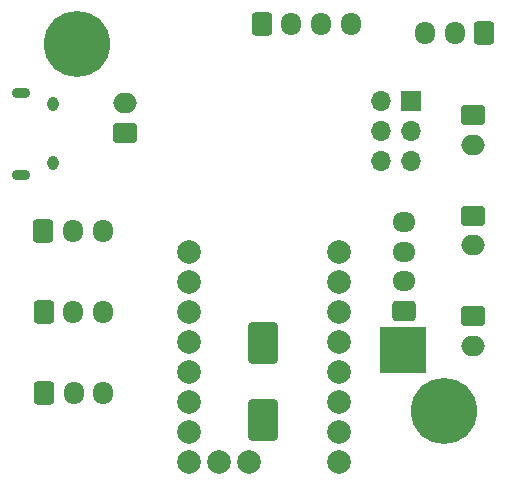
<source format=gbr>
%TF.GenerationSoftware,KiCad,Pcbnew,(6.0.2)*%
%TF.CreationDate,2022-03-22T21:07:05-04:00*%
%TF.ProjectId,turbocan,74757262-6f63-4616-9e2e-6b696361645f,rev?*%
%TF.SameCoordinates,Original*%
%TF.FileFunction,Soldermask,Bot*%
%TF.FilePolarity,Negative*%
%FSLAX46Y46*%
G04 Gerber Fmt 4.6, Leading zero omitted, Abs format (unit mm)*
G04 Created by KiCad (PCBNEW (6.0.2)) date 2022-03-22 21:07:05*
%MOMM*%
%LPD*%
G01*
G04 APERTURE LIST*
G04 Aperture macros list*
%AMRoundRect*
0 Rectangle with rounded corners*
0 $1 Rounding radius*
0 $2 $3 $4 $5 $6 $7 $8 $9 X,Y pos of 4 corners*
0 Add a 4 corners polygon primitive as box body*
4,1,4,$2,$3,$4,$5,$6,$7,$8,$9,$2,$3,0*
0 Add four circle primitives for the rounded corners*
1,1,$1+$1,$2,$3*
1,1,$1+$1,$4,$5*
1,1,$1+$1,$6,$7*
1,1,$1+$1,$8,$9*
0 Add four rect primitives between the rounded corners*
20,1,$1+$1,$2,$3,$4,$5,0*
20,1,$1+$1,$4,$5,$6,$7,0*
20,1,$1+$1,$6,$7,$8,$9,0*
20,1,$1+$1,$8,$9,$2,$3,0*%
G04 Aperture macros list end*
%ADD10C,5.600000*%
%ADD11O,0.950000X1.250000*%
%ADD12O,1.550000X0.890000*%
%ADD13C,0.600000*%
%ADD14R,4.000000X4.000000*%
%ADD15RoundRect,0.250000X0.725000X-0.600000X0.725000X0.600000X-0.725000X0.600000X-0.725000X-0.600000X0*%
%ADD16O,1.950000X1.700000*%
%ADD17RoundRect,0.250000X-0.600000X-0.725000X0.600000X-0.725000X0.600000X0.725000X-0.600000X0.725000X0*%
%ADD18O,1.700000X1.950000*%
%ADD19RoundRect,0.250000X-0.750000X0.600000X-0.750000X-0.600000X0.750000X-0.600000X0.750000X0.600000X0*%
%ADD20O,2.000000X1.700000*%
%ADD21RoundRect,0.250000X0.600000X0.725000X-0.600000X0.725000X-0.600000X-0.725000X0.600000X-0.725000X0*%
%ADD22C,2.000000*%
%ADD23RoundRect,0.250000X1.000000X-1.500000X1.000000X1.500000X-1.000000X1.500000X-1.000000X-1.500000X0*%
%ADD24RoundRect,0.250000X0.750000X-0.600000X0.750000X0.600000X-0.750000X0.600000X-0.750000X-0.600000X0*%
%ADD25R,1.700000X1.700000*%
%ADD26O,1.700000X1.700000*%
G04 APERTURE END LIST*
D10*
%TO.C,H4*%
X51000000Y-51000000D03*
%TD*%
%TO.C,H1*%
X20000000Y-20000000D03*
%TD*%
D11*
%TO.C,J1*%
X17940000Y-25075000D03*
D12*
X15240000Y-24075000D03*
X15240000Y-31075000D03*
D11*
X17940000Y-30075000D03*
%TD*%
D13*
%TO.C,U7*%
X48102123Y-46542709D03*
X48102123Y-45856909D03*
X47086123Y-45856909D03*
D14*
X47594123Y-45856909D03*
D13*
X48102123Y-45171109D03*
X47086123Y-45171109D03*
X47086123Y-46542709D03*
%TD*%
D15*
%TO.C,J2*%
X47625000Y-42545000D03*
D16*
X47625000Y-40045000D03*
X47625000Y-37545000D03*
X47625000Y-35045000D03*
%TD*%
D17*
%TO.C,J10*%
X35620000Y-18305000D03*
D18*
X38120000Y-18305000D03*
X40620000Y-18305000D03*
X43120000Y-18305000D03*
%TD*%
D19*
%TO.C,J11*%
X53500000Y-26000000D03*
D20*
X53500000Y-28500000D03*
%TD*%
D19*
%TO.C,J12*%
X53500000Y-34500000D03*
D20*
X53500000Y-37000000D03*
%TD*%
D19*
%TO.C,J13*%
X53493654Y-43021373D03*
D20*
X53493654Y-45521373D03*
%TD*%
D21*
%TO.C,J14*%
X54454261Y-18997116D03*
D18*
X51954261Y-18997116D03*
X49454261Y-18997116D03*
%TD*%
D22*
%TO.C,U2*%
X42120000Y-37540000D03*
X42120000Y-40080000D03*
X42120000Y-42620000D03*
X42120000Y-45160000D03*
X42120000Y-47700000D03*
X42120000Y-50240000D03*
X42120000Y-52780000D03*
X42120000Y-55320000D03*
X29420000Y-37540000D03*
X29420000Y-40080000D03*
X29420000Y-42620000D03*
X29420000Y-45160000D03*
X29420000Y-47700000D03*
X29420000Y-50240000D03*
X29420000Y-52780000D03*
X29420000Y-55320000D03*
X34500000Y-55320000D03*
X31960000Y-55320000D03*
%TD*%
D23*
%TO.C,C21*%
X35700000Y-51800000D03*
X35700000Y-45300000D03*
%TD*%
D17*
%TO.C,J8*%
X17189203Y-49543659D03*
D18*
X19689203Y-49543659D03*
X22189203Y-49543659D03*
%TD*%
D17*
%TO.C,J3*%
X17125000Y-35765000D03*
D18*
X19625000Y-35765000D03*
X22125000Y-35765000D03*
%TD*%
D24*
%TO.C,J9*%
X24000000Y-27490000D03*
D20*
X24000000Y-24990000D03*
%TD*%
D17*
%TO.C,J7*%
X17165000Y-42640000D03*
D18*
X19665000Y-42640000D03*
X22165000Y-42640000D03*
%TD*%
D25*
%TO.C,J15*%
X48265000Y-24780000D03*
D26*
X45725000Y-24780000D03*
X48265000Y-27320000D03*
X45725000Y-27320000D03*
X48265000Y-29860000D03*
X45725000Y-29860000D03*
%TD*%
M02*

</source>
